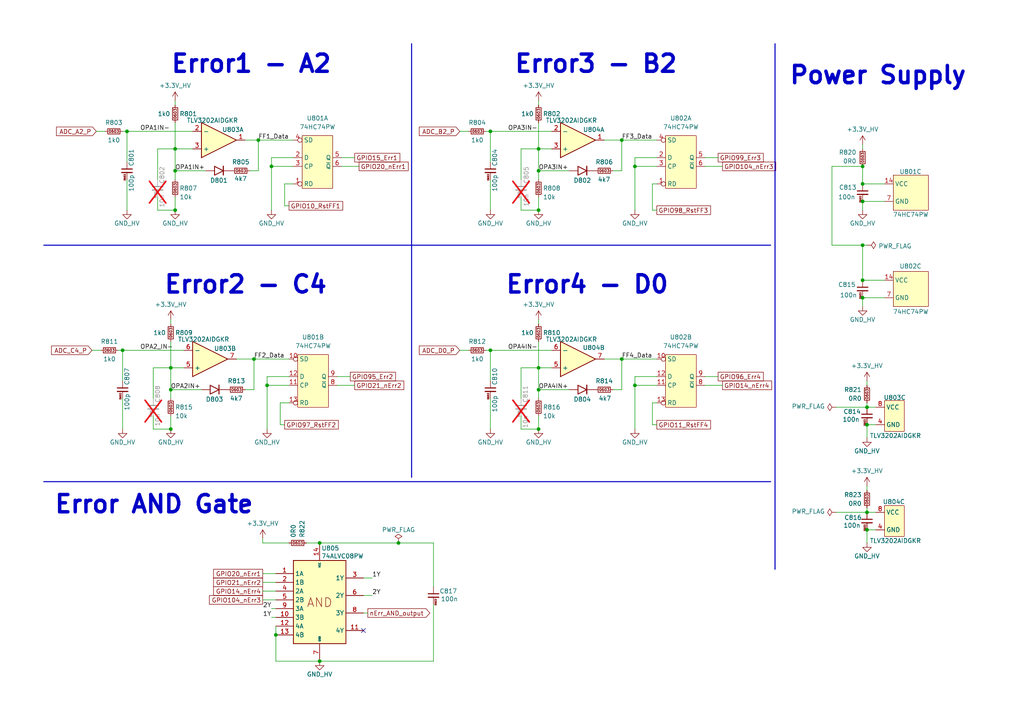
<source format=kicad_sch>
(kicad_sch (version 20250114) (generator "eeschema") (generator_version "9.0")
  (paper "A4")
  (title_block (title "LCB-CCB-01: Control Board - Debugger XDS100  / JTAG") (date "2025-05-27") (rev "1.2.0") (company "PADERBORN UNIVERSITY DEPARTMENT OF POWER ELECTRONICS AND ELECTRICAL DRIVES"))
  (text "Error1 - A2" (at 96.52 21.59 0) (effects (font (size 5 5) (bold yes)) (justify right bottom)))
  (text "\n" (at 175.26 215.9 0) (effects (font (size 1.27 1.27))))
  (text "Error3 - B2" (at 196.85 21.59 0) (effects (font (size 5 5) (bold yes)) (justify right bottom)))
  (text "Power Supply" (at 280.67 24.892 0) (effects (font (size 5 5) (bold yes)) (justify right bottom)))
  (text "Error AND Gate" (at 73.914 149.352 0) (effects (font (size 5 5) (bold yes)) (justify right bottom)))
  (text "Error2 - C4" (at 95.25 85.598 0) (effects (font (size 5 5) (bold yes)) (justify right bottom)))
  (text "Error4 - D0" (at 194.31 85.598 0) (effects (font (size 5 5) (bold yes)) (justify right bottom)))
  (junction (at 92.71 191.77))
  (junction (at 250.19 53.34))
  (junction (at 115.57 157.48))
  (junction (at 180.34 104.14))
  (junction (at 49.53 106.68))
  (junction (at 184.15 48.26))
  (junction (at 250.19 81.28))
  (junction (at 142.24 101.6))
  (junction (at 74.93 40.64))
  (junction (at 80.01 184.15))
  (junction (at 77.47 111.76))
  (junction (at 35.56 101.6))
  (junction (at 142.24 38.1))
  (junction (at 251.46 153.67))
  (junction (at 156.21 60.96))
  (junction (at 50.8 49.53))
  (junction (at 156.21 113.03))
  (junction (at 156.21 49.53))
  (junction (at 250.19 58.42))
  (junction (at 251.46 118.11))
  (junction (at 73.66 104.14))
  (junction (at 92.71 157.48))
  (junction (at 251.46 123.19))
  (junction (at 156.21 43.18))
  (junction (at 78.74 48.26))
  (junction (at 184.15 111.76))
  (junction (at 251.46 148.59))
  (junction (at 250.19 71.12))
  (junction (at 49.53 113.03))
  (junction (at 250.19 86.36))
  (junction (at 250.19 48.26))
  (junction (at 180.34 40.64))
  (junction (at 50.8 43.18))
  (junction (at 36.83 38.1))
  (junction (at 156.21 106.68))
  (junction (at 49.53 124.46))
  (junction (at 156.21 124.46))
  (junction (at 50.8 60.96))
  (no_connect (at 105.41 182.88))
  (wire (pts (xy 36.83 52.07) (xy 36.83 60.96)))
  (wire (pts (xy 250.19 86.36) (xy 256.54 86.36)))
  (wire (pts (xy 251.46 123.19) (xy 254 123.19)))
  (wire (pts (xy 204.47 109.22) (xy 208.28 109.22)))
  (wire (pts (xy 156.21 99.06) (xy 156.21 106.68)))
  (wire (pts (xy 242.57 118.11) (xy 251.46 118.11)))
  (wire (pts (xy 74.93 40.64) (xy 74.93 49.53)))
  (wire (pts (xy 26.67 101.6) (xy 29.21 101.6)))
  (wire (pts (xy 156.21 43.18) (xy 160.02 43.18)))
  (wire (pts (xy 180.34 104.14) (xy 180.34 113.03)))
  (wire (pts (xy 92.71 157.48) (xy 115.57 157.48)))
  (wire (pts (xy 49.53 113.03) (xy 58.42 113.03)))
  (wire (pts (xy 106.68 177.8) (xy 105.41 177.8)))
  (wire (pts (xy 189.23 53.34) (xy 189.23 60.96)))
  (wire (pts (xy 151.13 43.18) (xy 156.21 43.18)))
  (wire (pts (xy 74.93 40.64) (xy 85.09 40.64)))
  (wire (pts (xy 35.56 101.6) (xy 53.34 101.6)))
  (wire (pts (xy 250.19 53.34) (xy 256.54 53.34)))
  (wire (pts (xy 204.47 48.26) (xy 209.55 48.26)))
  (wire (pts (xy 83.82 59.69) (xy 82.55 59.69)))
  (wire (pts (xy 151.13 124.46) (xy 156.21 124.46)))
  (wire (pts (xy 78.74 45.72) (xy 78.74 48.26)))
  (wire (pts (xy 156.21 35.56) (xy 156.21 43.18)))
  (wire (pts (xy 49.53 106.68) (xy 53.34 106.68)))
  (polyline (pts (xy 12.7 71.12) (xy 223.52 71.12)) (stroke (width 0.3)))
  (wire (pts (xy 151.13 57.15) (xy 151.13 60.96)))
  (wire (pts (xy 156.21 29.21) (xy 156.21 30.48)))
  (wire (pts (xy 44.45 124.46) (xy 49.53 124.46)))
  (wire (pts (xy 142.24 38.1) (xy 142.24 46.99)))
  (wire (pts (xy 44.45 120.65) (xy 44.45 124.46)))
  (wire (pts (xy 190.5 60.96) (xy 189.23 60.96)))
  (wire (pts (xy 250.19 86.36) (xy 250.19 88.9)))
  (wire (pts (xy 251.46 147.32) (xy 251.46 148.59)))
  (wire (pts (xy 184.15 109.22) (xy 190.5 109.22)))
  (wire (pts (xy 184.15 45.72) (xy 184.15 48.26)))
  (wire (pts (xy 180.34 40.64) (xy 190.5 40.64)))
  (wire (pts (xy 156.21 113.03) (xy 156.21 115.57)))
  (wire (pts (xy 76.2 173.99) (xy 80.01 173.99)))
  (wire (pts (xy 156.21 49.53) (xy 156.21 52.07)))
  (wire (pts (xy 250.19 81.28) (xy 256.54 81.28)))
  (wire (pts (xy 45.72 57.15) (xy 45.72 60.96)))
  (wire (pts (xy 73.66 113.03) (xy 71.12 113.03)))
  (wire (pts (xy 76.2 166.37) (xy 80.01 166.37)))
  (wire (pts (xy 180.34 104.14) (xy 190.5 104.14)))
  (wire (pts (xy 81.28 123.19) (xy 81.28 116.84)))
  (wire (pts (xy 250.19 58.42) (xy 250.19 60.96)))
  (wire (pts (xy 44.45 106.68) (xy 49.53 106.68)))
  (wire (pts (xy 99.06 45.72) (xy 102.87 45.72)))
  (wire (pts (xy 50.8 43.18) (xy 55.88 43.18)))
  (wire (pts (xy 49.53 120.65) (xy 49.53 124.46)))
  (wire (pts (xy 142.24 52.07) (xy 142.24 60.96)))
  (wire (pts (xy 97.79 109.22) (xy 101.6 109.22)))
  (wire (pts (xy 251.46 110.49) (xy 251.46 111.76)))
  (wire (pts (xy 251.46 71.12) (xy 250.19 71.12)))
  (wire (pts (xy 156.21 43.18) (xy 156.21 49.53)))
  (wire (pts (xy 49.53 99.06) (xy 49.53 106.68)))
  (wire (pts (xy 142.24 101.6) (xy 142.24 110.49)))
  (wire (pts (xy 175.26 40.64) (xy 180.34 40.64)))
  (wire (pts (xy 36.83 38.1) (xy 55.88 38.1)))
  (wire (pts (xy 107.95 167.64) (xy 105.41 167.64)))
  (wire (pts (xy 82.55 59.69) (xy 82.55 53.34)))
  (wire (pts (xy 189.23 123.19) (xy 189.23 116.84)))
  (wire (pts (xy 251.46 123.19) (xy 251.46 127)))
  (wire (pts (xy 50.8 57.15) (xy 50.8 60.96)))
  (wire (pts (xy 45.72 43.18) (xy 50.8 43.18)))
  (wire (pts (xy 82.55 53.34) (xy 85.09 53.34)))
  (wire (pts (xy 88.9 157.48) (xy 92.71 157.48)))
  (wire (pts (xy 251.46 140.97) (xy 251.46 142.24)))
  (wire (pts (xy 250.19 41.91) (xy 250.19 43.18)))
  (wire (pts (xy 151.13 120.65) (xy 151.13 124.46)))
  (wire (pts (xy 77.47 111.76) (xy 83.82 111.76)))
  (wire (pts (xy 241.3 71.12) (xy 241.3 48.26)))
  (wire (pts (xy 73.66 104.14) (xy 83.82 104.14)))
  (wire (pts (xy 35.56 115.57) (xy 35.56 124.46)))
  (wire (pts (xy 78.74 179.07) (xy 80.01 179.07)))
  (wire (pts (xy 73.66 104.14) (xy 73.66 113.03)))
  (wire (pts (xy 125.73 170.18) (xy 125.73 157.48)))
  (wire (pts (xy 151.13 52.07) (xy 151.13 43.18)))
  (wire (pts (xy 83.82 157.48) (xy 76.2 157.48)))
  (wire (pts (xy 97.79 111.76) (xy 102.87 111.76)))
  (wire (pts (xy 184.15 48.26) (xy 184.15 60.96)))
  (wire (pts (xy 251.46 148.59) (xy 254 148.59)))
  (wire (pts (xy 190.5 123.19) (xy 189.23 123.19)))
  (wire (pts (xy 184.15 45.72) (xy 190.5 45.72)))
  (wire (pts (xy 251.46 118.11) (xy 254 118.11)))
  (wire (pts (xy 50.8 43.18) (xy 50.8 49.53)))
  (wire (pts (xy 78.74 48.26) (xy 85.09 48.26)))
  (wire (pts (xy 142.24 115.57) (xy 142.24 124.46)))
  (wire (pts (xy 78.74 176.53) (xy 80.01 176.53)))
  (wire (pts (xy 156.21 106.68) (xy 156.21 113.03)))
  (wire (pts (xy 184.15 109.22) (xy 184.15 111.76)))
  (wire (pts (xy 242.57 148.59) (xy 251.46 148.59)))
  (wire (pts (xy 156.21 57.15) (xy 156.21 60.96)))
  (wire (pts (xy 241.3 48.26) (xy 250.19 48.26)))
  (wire (pts (xy 76.2 171.45) (xy 80.01 171.45)))
  (wire (pts (xy 133.35 38.1) (xy 135.89 38.1)))
  (wire (pts (xy 49.53 92.71) (xy 49.53 93.98)))
  (wire (pts (xy 78.74 48.26) (xy 78.74 60.96)))
  (wire (pts (xy 49.53 106.68) (xy 49.53 113.03)))
  (wire (pts (xy 151.13 60.96) (xy 156.21 60.96)))
  (wire (pts (xy 156.21 106.68) (xy 160.02 106.68)))
  (wire (pts (xy 80.01 181.61) (xy 80.01 184.15)))
  (wire (pts (xy 189.23 53.34) (xy 190.5 53.34)))
  (wire (pts (xy 140.97 101.6) (xy 142.24 101.6)))
  (wire (pts (xy 251.46 153.67) (xy 251.46 157.48)))
  (wire (pts (xy 180.34 49.53) (xy 177.8 49.53)))
  (wire (pts (xy 142.24 101.6) (xy 160.02 101.6)))
  (wire (pts (xy 251.46 116.84) (xy 251.46 118.11)))
  (wire (pts (xy 184.15 111.76) (xy 190.5 111.76)))
  (wire (pts (xy 151.13 115.57) (xy 151.13 106.68)))
  (wire (pts (xy 140.97 38.1) (xy 142.24 38.1)))
  (wire (pts (xy 204.47 45.72) (xy 208.28 45.72)))
  (wire (pts (xy 151.13 106.68) (xy 156.21 106.68)))
  (wire (pts (xy 99.06 48.26) (xy 104.14 48.26)))
  (wire (pts (xy 71.12 40.64) (xy 74.93 40.64)))
  (wire (pts (xy 77.47 109.22) (xy 83.82 109.22)))
  (wire (pts (xy 156.21 113.03) (xy 165.1 113.03)))
  (wire (pts (xy 35.56 38.1) (xy 36.83 38.1)))
  (wire (pts (xy 250.19 48.26) (xy 250.19 53.34)))
  (wire (pts (xy 45.72 60.96) (xy 50.8 60.96)))
  (polyline (pts (xy 119.38 12.7) (xy 119.38 138.43)) (stroke (width 0.3)))
  (wire (pts (xy 189.23 116.84) (xy 190.5 116.84)))
  (wire (pts (xy 184.15 48.26) (xy 190.5 48.26)))
  (polyline (pts (xy 224.79 12.7) (xy 224.79 165.1)) (stroke (width 0.3)))
  (wire (pts (xy 250.19 71.12) (xy 241.3 71.12)))
  (wire (pts (xy 36.83 38.1) (xy 36.83 46.99)))
  (wire (pts (xy 156.21 49.53) (xy 165.1 49.53)))
  (wire (pts (xy 76.2 168.91) (xy 80.01 168.91)))
  (wire (pts (xy 251.46 153.67) (xy 254 153.67)))
  (wire (pts (xy 142.24 38.1) (xy 160.02 38.1)))
  (wire (pts (xy 50.8 49.53) (xy 50.8 52.07)))
  (wire (pts (xy 27.94 38.1) (xy 30.48 38.1)))
  (wire (pts (xy 50.8 29.21) (xy 50.8 30.48)))
  (wire (pts (xy 180.34 40.64) (xy 180.34 49.53)))
  (wire (pts (xy 92.71 191.77) (xy 80.01 191.77)))
  (wire (pts (xy 184.15 111.76) (xy 184.15 124.46)))
  (wire (pts (xy 35.56 101.6) (xy 35.56 110.49)))
  (wire (pts (xy 49.53 113.03) (xy 49.53 115.57)))
  (wire (pts (xy 74.93 49.53) (xy 72.39 49.53)))
  (wire (pts (xy 250.19 58.42) (xy 256.54 58.42)))
  (wire (pts (xy 92.71 191.77) (xy 125.73 191.77)))
  (wire (pts (xy 76.2 157.48) (xy 76.2 156.21)))
  (wire (pts (xy 82.55 123.19) (xy 81.28 123.19)))
  (wire (pts (xy 133.35 101.6) (xy 135.89 101.6)))
  (wire (pts (xy 125.73 175.26) (xy 125.73 191.77)))
  (wire (pts (xy 175.26 104.14) (xy 180.34 104.14)))
  (wire (pts (xy 77.47 111.76) (xy 77.47 124.46)))
  (wire (pts (xy 78.74 45.72) (xy 85.09 45.72)))
  (wire (pts (xy 107.95 172.72) (xy 105.41 172.72)))
  (wire (pts (xy 68.58 104.14) (xy 73.66 104.14)))
  (wire (pts (xy 156.21 120.65) (xy 156.21 124.46)))
  (wire (pts (xy 77.47 109.22) (xy 77.47 111.76)))
  (wire (pts (xy 45.72 43.18) (xy 45.72 52.07)))
  (wire (pts (xy 81.28 116.84) (xy 83.82 116.84)))
  (polyline (pts (xy 12.7 139.7) (xy 223.52 139.7)) (stroke (width 0.3)))
  (wire (pts (xy 204.47 111.76) (xy 209.55 111.76)))
  (wire (pts (xy 50.8 49.53) (xy 59.69 49.53)))
  (wire (pts (xy 50.8 35.56) (xy 50.8 43.18)))
  (wire (pts (xy 156.21 92.71) (xy 156.21 93.98)))
  (wire (pts (xy 44.45 115.57) (xy 44.45 106.68)))
  (wire (pts (xy 34.29 101.6) (xy 35.56 101.6)))
  (wire (pts (xy 250.19 71.12) (xy 250.19 81.28)))
  (wire (pts (xy 180.34 113.03) (xy 177.8 113.03)))
  (wire (pts (xy 80.01 184.15) (xy 80.01 191.77)))
  (wire (pts (xy 115.57 157.48) (xy 125.73 157.48)))
  (label "OPA4IN-" (at 147.32 101.6 0))
  (label "FF1_Data" (at 74.93 40.64 0))
  (label "1Y" (at 107.95 167.64 0))
  (label "OPA2IN+" (at 49.53 113.03 0))
  (label "OPA1IN-" (at 40.64 38.1 0))
  (label "FF4_Data" (at 180.34 104.14 0))
  (label "2Y" (at 78.74 176.53 180))
  (label "2Y" (at 107.95 172.72 0))
  (label "OPA3IN-" (at 147.32 38.1 0))
  (label "FF2_Data" (at 73.66 104.14 0))
  (label "OPA4IN+" (at 156.21 113.03 0))
  (label "FF3_Data" (at 180.34 40.64 0))
  (label "OPA1IN+" (at 50.8 49.53 0))
  (label "OPA2_IN-" (at 40.64 101.6 0))
  (label "OPA3IN+" (at 156.21 49.53 0))
  (label "1Y" (at 78.74 179.07 180))
  (global_label "GPIO11_RstFF4" (shape passive) (at 190.5 123.19 0) (property "Intersheetrefs" "${INTERSHEET_REFS}" (effects (hide yes))))
  (global_label "GPIO97_RstFF2" (shape passive) (at 82.55 123.19 0) (property "Intersheetrefs" "${INTERSHEET_REFS}" (effects (hide yes))))
  (global_label "GPIO104_nErr3" (shape passive) (at 76.2 173.99 180) (property "Intersheetrefs" "${INTERSHEET_REFS}" (effects (hide yes))))
  (global_label "GPIO15_Err1" (shape passive) (at 102.87 45.72 0) (property "Intersheetrefs" "${INTERSHEET_REFS}" (effects (hide yes))))
  (global_label "GPIO96_Err4" (shape passive) (at 208.28 109.22 0) (property "Intersheetrefs" "${INTERSHEET_REFS}" (effects (hide yes))))
  (global_label "ADC_C4_P" (shape input) (at 26.67 101.6 180) (property "Intersheetrefs" "${INTERSHEET_REFS}" (effects (hide yes))))
  (global_label "GPIO20_nErr1" (shape passive) (at 76.2 166.37 180) (property "Intersheetrefs" "${INTERSHEET_REFS}" (effects (hide yes))))
  (global_label "GPIO14_nErr4" (shape passive) (at 76.2 171.45 180) (property "Intersheetrefs" "${INTERSHEET_REFS}" (effects (hide yes))))
  (global_label "GPIO20_nErr1" (shape passive) (at 104.14 48.26 0) (property "Intersheetrefs" "${INTERSHEET_REFS}" (effects (hide yes))))
  (global_label "GPIO21_nErr2" (shape passive) (at 76.2 168.91 180) (property "Intersheetrefs" "${INTERSHEET_REFS}" (effects (hide yes))))
  (global_label "GPIO99_Err3" (shape passive) (at 208.28 45.72 0) (property "Intersheetrefs" "${INTERSHEET_REFS}" (effects (hide yes))))
  (global_label "ADC_D0_P" (shape input) (at 133.35 101.6 180) (property "Intersheetrefs" "${INTERSHEET_REFS}" (effects (hide yes))))
  (global_label "ADC_A2_P" (shape input) (at 27.94 38.1 180) (property "Intersheetrefs" "${INTERSHEET_REFS}" (effects (hide yes))))
  (global_label "GPIO10_RstFF1" (shape passive) (at 83.82 59.69 0) (property "Intersheetrefs" "${INTERSHEET_REFS}" (effects (hide yes))))
  (global_label "GPIO95_Err2" (shape passive) (at 101.6 109.22 0) (property "Intersheetrefs" "${INTERSHEET_REFS}" (effects (hide yes))))
  (global_label "GPIO21_nErr2" (shape passive) (at 102.87 111.76 0) (property "Intersheetrefs" "${INTERSHEET_REFS}" (effects (hide yes))))
  (global_label "ADC_B2_P" (shape input) (at 133.35 38.1 180) (property "Intersheetrefs" "${INTERSHEET_REFS}" (effects (hide yes))))
  (global_label "GPIO98_RstFF3" (shape passive) (at 190.5 60.96 0) (property "Intersheetrefs" "${INTERSHEET_REFS}" (effects (hide yes))))
  (global_label "nErr_AND_output" (shape output) (at 106.68 177.8 0) (property "Intersheetrefs" "${INTERSHEET_REFS}" (effects (hide yes))))
  (global_label "GPIO104_nErr3" (shape passive) (at 209.55 48.26 0) (property "Intersheetrefs" "${INTERSHEET_REFS}" (effects (hide yes))))
  (global_label "GPIO14_nErr4" (shape passive) (at 209.55 111.76 0) (property "Intersheetrefs" "${INTERSHEET_REFS}" (effects (hide yes))))
  (symbol (lib_id "LEA_SymbolLibrary:C_0603_100n_X5R_10P__50V") (at 125.73 172.72 0) (mirror y) (unit 1) (exclude_from_sim yes)
    (property "Reference" "C817" (at 132.588 171.45 0) (effects (justify left)))
    (property "Value" "100n" (at 132.842 173.736 0) (effects (justify left)))
    (property "Footprint" "LEA_FootprintLibrary:C_0603" (effects (hide yes)))
    (property "Description" "Capacitor 0603" (effects (hide yes)))
    (property "Manufacturer" "TDK" (effects (hide yes)))
    (property "manf#" "C1608X5R1H104K" (effects (hide yes)))
    (property "mouser#" "810-C1608X5R1H104K" (effects (hide yes)))
  )
  (symbol (lib_id "LEA_SymbolLibrary:74HC74PW") (at 196.85 46.99 0) (unit 1) (exclude_from_sim yes)
    (property "Reference" "U802" (at 197.485 34.29 0))
    (property "Value" "74HC74PW" (at 197.485 36.83 0))
    (property "Footprint" "LEA_FootprintLibrary:TSSOP-14-Nexperia" (effects (hide yes)))
    (property "Datasheet" "https://assets.nexperia.com/documents/data-sheet/74HC_HCT74.pdf" (effects (hide yes)))
    (property "Description" "Flip-Flops 74HC74PW/SOT402/TSSOP14" (effects (hide yes)))
    (property "Manufacturer" "Nexperia" (effects (hide yes)))
    (property "mouser#" "771-74HC74PW-T" (effects (hide yes)))
    (property "manf#" "74HC74PW,118" (effects (hide yes)))
  )
  (symbol (lib_id "power:PWR_FLAG") (at 251.46 71.12 270) (unit 1)
    (property "Reference" "#FLG0907" (effects (hide yes)))
    (property "Value" "PWR_FLAG" (at 254.762 71.374 90) (effects (justify left)))
    (property "Description" "Special symbol for telling ERC where power comes from" (effects (hide yes)))
  )
  (symbol (lib_id "LEA_SymbolLibrary:R_0603__10k_THICK__1P__75V") (at 49.53 118.11 180) (unit 1) (exclude_from_sim yes)
    (property "Reference" "R815" (at 50.8 118.11 0) (effects (justify right)))
    (property "Value" "10k" (at 50.8 120.65 0) (effects (justify right)))
    (property "Footprint" "LEA_FootprintLibrary:R_0603" (effects (hide yes)))
    (property "Description" "Resistor 0603" (effects (hide yes)))
    (property "Manufacturer" "Vishay" (effects (hide yes)))
    (property "manf#" "CRCW060310K0FKEAC" (effects (hide yes)))
    (property "mouser#" "71-CRCW060310K0FKEAC" (effects (hide yes)))
  )
  (symbol (lib_id "LEA_SymbolLibrary:R_0603__10k_THICK__1P__75V") (at 156.21 118.11 180) (unit 1) (exclude_from_sim yes)
    (property "Reference" "R816" (at 157.48 118.11 0) (effects (justify right)))
    (property "Value" "10k" (at 157.48 120.65 0) (effects (justify right)))
    (property "Footprint" "LEA_FootprintLibrary:R_0603" (effects (hide yes)))
    (property "Description" "Resistor 0603" (effects (hide yes)))
    (property "Manufacturer" "Vishay" (effects (hide yes)))
    (property "manf#" "CRCW060310K0FKEAC" (effects (hide yes)))
    (property "mouser#" "71-CRCW060310K0FKEAC" (effects (hide yes)))
  )
  (symbol (lib_id "LEA_SymbolLibrary:GND_HV") (at 49.53 124.46 0) (unit 1)
    (property "Reference" "#PWR0812" (effects (hide yes)))
    (property "Value" "GND_HV" (at 49.53 128.27 0))
    (property "Description" "Power symbol creates a global label with name \"GND_HV\" , ground" (effects (hide yes)))
  )
  (symbol (lib_id "LEA_SymbolLibrary:74HC74PW") (at 264.16 83.82 0) (unit 3) (exclude_from_sim yes)
    (property "Reference" "U802" (at 260.858 77.216 0) (effects (justify left)))
    (property "Value" "74HC74PW" (at 264.16 90.424 0))
    (property "Footprint" "LEA_FootprintLibrary:TSSOP-14-Nexperia" (effects (hide yes)))
    (property "Datasheet" "https://assets.nexperia.com/documents/data-sheet/74HC_HCT74.pdf" (effects (hide yes)))
    (property "Description" "Flip-Flops 74HC74PW/SOT402/TSSOP14" (effects (hide yes)))
    (property "Manufacturer" "Nexperia" (effects (hide yes)))
    (property "mouser#" "771-74HC74PW-T" (effects (hide yes)))
    (property "manf#" "74HC74PW,118" (effects (hide yes)))
  )
  (symbol (lib_id "LEA_SymbolLibrary:C_0603_100n_X5R_10P__50V") (at 251.46 151.13 0) (unit 1) (exclude_from_sim yes)
    (property "Reference" "C816" (at 244.856 150.114 0) (effects (justify left)))
    (property "Value" "100n" (at 244.602 152.4 0) (effects (justify left)))
    (property "Footprint" "LEA_FootprintLibrary:C_0603" (effects (hide yes)))
    (property "Description" "Capacitor 0603" (effects (hide yes)))
    (property "Manufacturer" "TDK" (effects (hide yes)))
    (property "manf#" "C1608X5R1H104K" (effects (hide yes)))
    (property "mouser#" "810-C1608X5R1H104K" (effects (hide yes)))
  )
  (symbol (lib_id "power:PWR_FLAG") (at 242.57 148.59 90) (unit 1)
    (property "Reference" "#FLG0909" (effects (hide yes)))
    (property "Value" "PWR_FLAG" (at 239.268 148.336 90) (effects (justify left)))
    (property "Description" "Special symbol for telling ERC where power comes from" (effects (hide yes)))
  )
  (symbol (lib_id "LEA_SymbolLibrary:C_0603_100n_X5R_10P__50V") (at 251.46 120.65 0) (unit 1) (exclude_from_sim yes)
    (property "Reference" "C814" (at 244.602 119.38 0) (effects (justify left)))
    (property "Value" "100n" (at 244.348 121.666 0) (effects (justify left)))
    (property "Footprint" "LEA_FootprintLibrary:C_0603" (effects (hide yes)))
    (property "Description" "Capacitor 0603" (effects (hide yes)))
    (property "Manufacturer" "TDK" (effects (hide yes)))
    (property "manf#" "C1608X5R1H104K" (effects (hide yes)))
    (property "mouser#" "810-C1608X5R1H104K" (effects (hide yes)))
  )
  (symbol (lib_id "LEA_SymbolLibrary:R_0603__0R0_THICK__1P__75V") (at 86.36 157.48 270) (mirror x) (unit 1) (exclude_from_sim yes)
    (property "Reference" "R822" (at 87.63 155.956 0) (effects (justify left)))
    (property "Value" "0R0" (at 85.09 155.956 0) (effects (justify left)))
    (property "Footprint" "LEA_FootprintLibrary:R_0603" (effects (hide yes)))
    (property "Description" "Resistor 0603" (effects (hide yes)))
    (property "manf#" "CRCW06030000Z0EAC" (effects (hide yes)))
    (property "Manufacturer" "Vishay" (effects (hide yes)))
    (property "mouser#" "71-CRCW06030000Z0EAC" (effects (hide yes)))
  )
  (symbol (lib_id "LEA_SymbolLibrary:GND_HV") (at 92.71 191.77 0) (unit 1)
    (property "Reference" "#PWR0910" (effects (hide yes)))
    (property "Value" "GND_HV" (at 92.71 195.58 0))
    (property "Description" "Power symbol creates a global label with name \"GND_HV\" , ground" (effects (hide yes)))
  )
  (symbol (lib_id "LEA_SymbolLibrary:R_0603__0R0_THICK__1P__75V") (at 251.46 114.3 0) (mirror y) (unit 1) (exclude_from_sim yes)
    (property "Reference" "R821" (at 249.936 113.03 0) (effects (justify left)))
    (property "Value" "0R0" (at 249.936 115.57 0) (effects (justify left)))
    (property "Footprint" "LEA_FootprintLibrary:R_0603" (effects (hide yes)))
    (property "Description" "Resistor 0603" (effects (hide yes)))
    (property "manf#" "CRCW06030000Z0EAC" (effects (hide yes)))
    (property "Manufacturer" "Vishay" (effects (hide yes)))
    (property "mouser#" "71-CRCW06030000Z0EAC" (effects (hide yes)))
  )
  (symbol (lib_id "LEA_SymbolLibrary:GND_HV") (at 251.46 127 0) (unit 1)
    (property "Reference" "#PWR0822" (effects (hide yes)))
    (property "Value" "GND_HV" (at 251.46 130.81 0))
    (property "Description" "Power symbol creates a global label with name \"GND_HV\" , ground" (effects (hide yes)))
  )
  (symbol (lib_id "LEA_SymbolLibrary:+3.3V_HV") (at 156.21 92.71 0) (unit 1)
    (property "Reference" "#PWR0810" (effects (hide yes)))
    (property "Value" "+3.3V_HV" (at 156.21 88.3158 0))
    (property "Description" "Power symbol creates a global label with name \"+3.3V_HV\"" (effects (hide yes)))
  )
  (symbol (lib_id "LEA_SymbolLibrary:R_0603__1k0_THICK__1P__75V") (at 50.8 33.02 180) (unit 1) (exclude_from_sim yes)
    (property "Reference" "R801" (at 52.07 33.02 0) (effects (justify right)))
    (property "Value" "1k0" (at 45.72 33.02 0) (effects (justify right)))
    (property "Footprint" "LEA_FootprintLibrary:R_0603" (effects (hide yes)))
    (property "Description" "Resistor 0603" (effects (hide yes)))
    (property "Manufacturer" "Vishay" (effects (hide yes)))
    (property "manf#" "CRCW06031K00FKEAC" (effects (hide yes)))
    (property "mouser#" "71-CRCW06031K00FKEAC" (effects (hide yes)))
  )
  (symbol (lib_id "LEA_SymbolLibrary:R_0603__0R0_THICK__1P__75V") (at 251.46 144.78 0) (mirror y) (unit 1) (exclude_from_sim yes)
    (property "Reference" "R823" (at 249.936 143.51 0) (effects (justify left)))
    (property "Value" "0R0" (at 249.936 146.05 0) (effects (justify left)))
    (property "Footprint" "LEA_FootprintLibrary:R_0603" (effects (hide yes)))
    (property "Description" "Resistor 0603" (effects (hide yes)))
    (property "manf#" "CRCW06030000Z0EAC" (effects (hide yes)))
    (property "Manufacturer" "Vishay" (effects (hide yes)))
    (property "mouser#" "71-CRCW06030000Z0EAC" (effects (hide yes)))
  )
  (symbol (lib_id "LEA_SymbolLibrary:D_SOD_150mA_BAS316_R1_00001") (at 168.91 113.03 180) (unit 1) (exclude_from_sim yes)
    (property "Reference" "D804" (at 168.91 115.824 0))
    (property "Value" "150mA" (effects (hide yes)))
    (property "Footprint" "LEA_FootprintLibrary:SOD-323_Panjit" (effects (hide yes)))
    (property "Datasheet" "https://www.mouser.de/datasheet/2/1057/BAS316-1876387.pdf" (effects (hide yes)))
    (property "Description" "Diodes - General Purpose, Power, Switching SURFACE MOUNT SWITCHING DIODE" (effects (hide yes)))
    (property "Manufacturer" "Panjit" (effects (hide yes)))
    (property "mouser#" "241-BAS316_R1_00001" (effects (hide yes)))
    (property "manf#" "BAS316_R1_00001" (effects (hide yes)))
  )
  (symbol (lib_id "LEA_SymbolLibrary:C_0603__10n_X7R_10P__50V") (at 45.72 54.61 0) (unit 1) (exclude_from_sim yes) (dnp yes)
    (property "Reference" "C802" (at 46.99 53.34 90) (effects (justify left)))
    (property "Value" "10n" (at 46.99 60.198 90) (effects (justify left)))
    (property "Footprint" "LEA_FootprintLibrary:C_0603" (effects (hide yes)))
    (property "Description" "Capacitor 0603" (effects (hide yes)))
    (property "Manufacturer" "TDK" (effects (hide yes)))
    (property "manf#" "CGA3E2X7R1H103K" (effects (hide yes)))
    (property "mouser#" "810-CGA3E2X7R1H103K" (effects (hide yes)))
  )
  (symbol (lib_id "LEA_SymbolLibrary:R_0603__1k0_THICK__1P__75V") (at 33.02 38.1 90) (unit 1) (exclude_from_sim yes)
    (property "Reference" "R803" (at 33.02 35.56 90))
    (property "Value" "1k0" (at 33.02 40.64 90))
    (property "Footprint" "LEA_FootprintLibrary:R_0603" (effects (hide yes)))
    (property "Description" "Resistor 0603" (effects (hide yes)))
    (property "Manufacturer" "Vishay" (effects (hide yes)))
    (property "manf#" "CRCW06031K00FKEAC" (effects (hide yes)))
    (property "mouser#" "71-CRCW06031K00FKEAC" (effects (hide yes)))
  )
  (symbol (lib_id "LEA_SymbolLibrary:GND_HV") (at 184.15 60.96 0) (unit 1)
    (property "Reference" "#PWR0808" (effects (hide yes)))
    (property "Value" "GND_HV" (at 184.15 64.77 0))
    (property "Description" "Power symbol creates a global label with name \"GND_HV\" , ground" (effects (hide yes)))
  )
  (symbol (lib_id "LEA_SymbolLibrary:R_0603__1k0_THICK__1P__75V") (at 49.53 96.52 180) (unit 1) (exclude_from_sim yes)
    (property "Reference" "R809" (at 50.8 96.52 0) (effects (justify right)))
    (property "Value" "1k0" (at 44.45 96.52 0) (effects (justify right)))
    (property "Footprint" "LEA_FootprintLibrary:R_0603" (effects (hide yes)))
    (property "Description" "Resistor 0603" (effects (hide yes)))
    (property "Manufacturer" "Vishay" (effects (hide yes)))
    (property "manf#" "CRCW06031K00FKEAC" (effects (hide yes)))
    (property "mouser#" "71-CRCW06031K00FKEAC" (effects (hide yes)))
  )
  (symbol (lib_id "LEA_SymbolLibrary:R_0603__1k0_THICK__1P__75V") (at 156.21 33.02 180) (unit 1) (exclude_from_sim yes)
    (property "Reference" "R802" (at 157.48 33.02 0) (effects (justify right)))
    (property "Value" "1k0" (at 151.13 33.02 0) (effects (justify right)))
    (property "Footprint" "LEA_FootprintLibrary:R_0603" (effects (hide yes)))
    (property "Description" "Resistor 0603" (effects (hide yes)))
    (property "Manufacturer" "Vishay" (effects (hide yes)))
    (property "manf#" "CRCW06031K00FKEAC" (effects (hide yes)))
    (property "mouser#" "71-CRCW06031K00FKEAC" (effects (hide yes)))
  )
  (symbol (lib_id "LEA_SymbolLibrary:OP_2_TLV3202AIDGKR_VSSOP-8") (at 60.96 40.64 0) (mirror x) (unit 1) (exclude_from_sim yes)
    (property "Reference" "U803" (at 67.564 37.592 0))
    (property "Value" "TLV3202AIDGKR" (at 61.595 34.925 0))
    (property "Footprint" "LEA_FootprintLibrary:VSSOP-8-TI" (effects (hide yes)))
    (property "Datasheet" "https://www.ti.com/lit/ds/symlink/tlv3202.pdf?ts=1737103769904&ref_url=https%253A%252F%252Fwww.mouser.de%252F" (effects (hide yes)))
    (property "mouser#" "595-TLV3202AIDGKR" (effects (hide yes)))
    (property "manf#" "TLV3202AIDGKR" (effects (hide yes)))
    (property "Manufacturer" "Texas Instruments" (effects (hide yes)))
  )
  (symbol (lib_id "LEA_SymbolLibrary:R_0603__4k7_THICK__1P__75V") (at 175.26 49.53 90) (unit 1) (exclude_from_sim yes)
    (property "Reference" "R806" (at 175.26 46.99 90))
    (property "Value" "4k7" (at 177.038 52.07 90) (effects (justify left)))
    (property "Footprint" "LEA_FootprintLibrary:R_0603" (effects (hide yes)))
    (property "Description" "Resistor 0603" (effects (hide yes)))
    (property "Manufacturer" "Vishay" (effects (hide yes)))
    (property "manf#" "CRCW06034K70FKEBC" (effects (hide yes)))
    (property "mouser#" "71-CRCW06034K70FKEBC" (effects (hide yes)))
  )
  (symbol (lib_id "LEA_SymbolLibrary:OP_2_TLV3202AIDGKR_VSSOP-8") (at 165.1 104.14 0) (mirror x) (unit 2) (exclude_from_sim yes)
    (property "Reference" "U804" (at 172.212 100.838 0))
    (property "Value" "TLV3202AIDGKR" (at 165.735 98.425 0))
    (property "Footprint" "LEA_FootprintLibrary:VSSOP-8-TI" (effects (hide yes)))
    (property "Datasheet" "https://www.ti.com/lit/ds/symlink/tlv3202.pdf?ts=1737103769904&ref_url=https%253A%252F%252Fwww.mouser.de%252F" (effects (hide yes)))
    (property "mouser#" "595-TLV3202AIDGKR" (effects (hide yes)))
    (property "manf#" "TLV3202AIDGKR" (effects (hide yes)))
    (property "Manufacturer" "Texas Instruments" (effects (hide yes)))
  )
  (symbol (lib_id "LEA_SymbolLibrary:+3.3V_HV") (at 250.19 41.91 0) (unit 1)
    (property "Reference" "#PWR0817" (effects (hide yes)))
    (property "Value" "+3.3V_HV" (at 250.19 37.5158 0))
    (property "Description" "Power symbol creates a global label with name \"+3.3V_HV\"" (effects (hide yes)))
  )
  (symbol (lib_id "LEA_SymbolLibrary:74HC74PW") (at 90.17 110.49 0) (unit 2) (exclude_from_sim yes)
    (property "Reference" "U801" (at 90.805 97.79 0))
    (property "Value" "74HC74PW" (at 90.805 100.33 0))
    (property "Footprint" "LEA_FootprintLibrary:TSSOP-14-Nexperia" (effects (hide yes)))
    (property "Datasheet" "https://assets.nexperia.com/documents/data-sheet/74HC_HCT74.pdf" (effects (hide yes)))
    (property "Description" "Flip-Flops 74HC74PW/SOT402/TSSOP14" (effects (hide yes)))
    (property "Manufacturer" "Nexperia" (effects (hide yes)))
    (property "mouser#" "771-74HC74PW-T" (effects (hide yes)))
    (property "manf#" "74HC74PW,118" (effects (hide yes)))
  )
  (symbol (lib_id "LEA_SymbolLibrary:GND_HV") (at 156.21 60.96 0) (unit 1)
    (property "Reference" "#PWR0807" (effects (hide yes)))
    (property "Value" "GND_HV" (at 156.21 64.77 0))
    (property "Description" "Power symbol creates a global label with name \"GND_HV\" , ground" (effects (hide yes)))
  )
  (symbol (lib_id "LEA_SymbolLibrary:GND_HV") (at 250.19 88.9 0) (unit 1)
    (property "Reference" "#PWR0821" (effects (hide yes)))
    (property "Value" "GND_HV" (at 250.19 92.71 0))
    (property "Description" "Power symbol creates a global label with name \"GND_HV\" , ground" (effects (hide yes)))
  )
  (symbol (lib_id "LEA_SymbolLibrary:+3.3V_HV") (at 251.46 110.49 0) (unit 1)
    (property "Reference" "#PWR0818" (effects (hide yes)))
    (property "Value" "+3.3V_HV" (at 251.46 106.0958 0))
    (property "Description" "Power symbol creates a global label with name \"+3.3V_HV\"" (effects (hide yes)))
  )
  (symbol (lib_id "LEA_SymbolLibrary:+3.3V_HV") (at 251.46 140.97 0) (unit 1)
    (property "Reference" "#PWR0911" (effects (hide yes)))
    (property "Value" "+3.3V_HV" (at 251.46 136.5758 0))
    (property "Description" "Power symbol creates a global label with name \"+3.3V_HV\"" (effects (hide yes)))
  )
  (symbol (lib_id "power:PWR_FLAG") (at 242.57 118.11 90) (unit 1)
    (property "Reference" "#FLG0908" (effects (hide yes)))
    (property "Value" "PWR_FLAG" (at 239.268 117.856 90) (effects (justify left)))
    (property "Description" "Special symbol for telling ERC where power comes from" (effects (hide yes)))
  )
  (symbol (lib_id "LEA_SymbolLibrary:GND_HV") (at 78.74 60.96 0) (unit 1)
    (property "Reference" "#PWR0805" (effects (hide yes)))
    (property "Value" "GND_HV" (at 78.74 64.77 0))
    (property "Description" "Power symbol creates a global label with name \"GND_HV\" , ground" (effects (hide yes)))
  )
  (symbol (lib_id "LEA_SymbolLibrary:74HC74PW") (at 196.85 110.49 0) (unit 2) (exclude_from_sim yes)
    (property "Reference" "U802" (at 197.485 97.79 0))
    (property "Value" "74HC74PW" (at 197.485 100.33 0))
    (property "Footprint" "LEA_FootprintLibrary:TSSOP-14-Nexperia" (effects (hide yes)))
    (property "Datasheet" "https://assets.nexperia.com/documents/data-sheet/74HC_HCT74.pdf" (effects (hide yes)))
    (property "Description" "Flip-Flops 74HC74PW/SOT402/TSSOP14" (effects (hide yes)))
    (property "Manufacturer" "Nexperia" (effects (hide yes)))
    (property "mouser#" "771-74HC74PW-T" (effects (hide yes)))
    (property "manf#" "74HC74PW,118" (effects (hide yes)))
  )
  (symbol (lib_id "LEA_SymbolLibrary:R_0603__1k0_THICK__1P__75V") (at 138.43 101.6 90) (unit 1) (exclude_from_sim yes)
    (property "Reference" "R812" (at 138.43 99.06 90))
    (property "Value" "1k0" (at 138.43 104.14 90))
    (property "Footprint" "LEA_FootprintLibrary:R_0603" (effects (hide yes)))
    (property "Description" "Resistor 0603" (effects (hide yes)))
    (property "Manufacturer" "Vishay" (effects (hide yes)))
    (property "manf#" "CRCW06031K00FKEAC" (effects (hide yes)))
    (property "mouser#" "71-CRCW06031K00FKEAC" (effects (hide yes)))
  )
  (symbol (lib_id "LEA_SymbolLibrary:R_0603__4k7_THICK__1P__75V") (at 69.85 49.53 90) (unit 1) (exclude_from_sim yes)
    (property "Reference" "R805" (at 69.85 46.99 90))
    (property "Value" "4k7" (at 71.628 51.816 90) (effects (justify left)))
    (property "Footprint" "LEA_FootprintLibrary:R_0603" (effects (hide yes)))
    (property "Description" "Resistor 0603" (effects (hide yes)))
    (property "Manufacturer" "Vishay" (effects (hide yes)))
    (property "manf#" "CRCW06034K70FKEBC" (effects (hide yes)))
    (property "mouser#" "71-CRCW06034K70FKEBC" (effects (hide yes)))
  )
  (symbol (lib_id "LEA_SymbolLibrary:GND_HV") (at 77.47 124.46 0) (unit 1)
    (property "Reference" "#PWR0813" (effects (hide yes)))
    (property "Value" "GND_HV" (at 77.47 128.27 0))
    (property "Description" "Power symbol creates a global label with name \"GND_HV\" , ground" (effects (hide yes)))
  )
  (symbol (lib_id "LEA_SymbolLibrary:OP_2_TLV3202AIDGKR_VSSOP-8") (at 165.1 40.64 0) (mirror x) (unit 1) (exclude_from_sim yes)
    (property "Reference" "U804" (at 172.212 37.592 0))
    (property "Value" "TLV3202AIDGKR" (at 165.735 34.925 0))
    (property "Footprint" "LEA_FootprintLibrary:VSSOP-8-TI" (effects (hide yes)))
    (property "Datasheet" "https://www.ti.com/lit/ds/symlink/tlv3202.pdf?ts=1737103769904&ref_url=https%253A%252F%252Fwww.mouser.de%252F" (effects (hide yes)))
    (property "mouser#" "595-TLV3202AIDGKR" (effects (hide yes)))
    (property "manf#" "TLV3202AIDGKR" (effects (hide yes)))
    (property "Manufacturer" "Texas Instruments" (effects (hide yes)))
  )
  (symbol (lib_id "LEA_SymbolLibrary:GND_HV") (at 156.21 124.46 0) (unit 1)
    (property "Reference" "#PWR0815" (effects (hide yes)))
    (property "Value" "GND_HV" (at 156.21 128.27 0))
    (property "Description" "Power symbol creates a global label with name \"GND_HV\" , ground" (effects (hide yes)))
  )
  (symbol (lib_id "LEA_SymbolLibrary:GND_HV") (at 142.24 60.96 0) (unit 1)
    (property "Reference" "#PWR0806" (effects (hide yes)))
    (property "Value" "GND_HV" (at 142.24 64.77 0))
    (property "Description" "Power symbol creates a global label with name \"GND_HV\" , ground" (effects (hide yes)))
  )
  (symbol (lib_id "LEA_SymbolLibrary:GND_HV") (at 36.83 60.96 0) (unit 1)
    (property "Reference" "#PWR0803" (effects (hide yes)))
    (property "Value" "GND_HV" (at 36.83 64.77 0))
    (property "Description" "Power symbol creates a global label with name \"GND_HV\" , ground" (effects (hide yes)))
  )
  (symbol (lib_id "LEA_SymbolLibrary:OP_2_TLV3202AIDGKR_VSSOP-8") (at 58.42 104.14 0) (mirror x) (unit 2) (exclude_from_sim yes)
    (property "Reference" "U803" (at 65.278 101.092 0))
    (property "Value" "TLV3202AIDGKR" (at 59.055 98.425 0))
    (property "Footprint" "LEA_FootprintLibrary:VSSOP-8-TI" (effects (hide yes)))
    (property "Datasheet" "https://www.ti.com/lit/ds/symlink/tlv3202.pdf?ts=1737103769904&ref_url=https%253A%252F%252Fwww.mouser.de%252F" (effects (hide yes)))
    (property "mouser#" "595-TLV3202AIDGKR" (effects (hide yes)))
    (property "manf#" "TLV3202AIDGKR" (effects (hide yes)))
    (property "Manufacturer" "Texas Instruments" (effects (hide yes)))
  )
  (symbol (lib_id "LEA_SymbolLibrary:C_0603_100p_C0G_10P__50V") (at 36.83 49.53 0) (unit 1) (exclude_from_sim yes)
    (property "Reference" "C801" (at 38.1 48.26 90) (effects (justify left)))
    (property "Value" "100p" (at 38.1 55.626 90) (effects (justify left)))
    (property "Footprint" "LEA_FootprintLibrary:C_0603" (effects (hide yes)))
    (property "Description" "Capacitor 0603" (effects (hide yes)))
    (property "Manufacturer" "TDK" (effects (hide yes)))
    (property "manf#" "C1608C0G1H101KAA" (effects (hide yes)))
    (property "mouser#" "810-C1608C0G1H101KAA" (effects (hide yes)))
  )
  (symbol (lib_id "LEA_SymbolLibrary:R_0603__4k7_THICK__1P__75V") (at 175.26 113.03 90) (unit 1) (exclude_from_sim yes)
    (property "Reference" "R814" (at 175.26 110.49 90))
    (property "Value" "4k7" (at 177.292 115.57 90) (effects (justify left)))
    (property "Footprint" "LEA_FootprintLibrary:R_0603" (effects (hide yes)))
    (property "Description" "Resistor 0603" (effects (hide yes)))
    (property "Manufacturer" "Vishay" (effects (hide yes)))
    (property "manf#" "CRCW06034K70FKEBC" (effects (hide yes)))
    (property "mouser#" "71-CRCW06034K70FKEBC" (effects (hide yes)))
  )
  (symbol (lib_id "LEA_SymbolLibrary:GND_HV") (at 142.24 124.46 0) (unit 1)
    (property "Reference" "#PWR0814" (effects (hide yes)))
    (property "Value" "GND_HV" (at 142.24 128.27 0))
    (property "Description" "Power symbol creates a global label with name \"GND_HV\" , ground" (effects (hide yes)))
  )
  (symbol (lib_id "LEA_SymbolLibrary:C_0603__10n_X7R_10P__50V") (at 44.45 118.11 0) (unit 1) (exclude_from_sim yes) (dnp yes)
    (property "Reference" "C808" (at 45.72 116.84 90) (effects (justify left)))
    (property "Value" "10n" (at 45.72 123.698 90) (effects (justify left)))
    (property "Footprint" "LEA_FootprintLibrary:C_0603" (effects (hide yes)))
    (property "Description" "Capacitor 0603" (effects (hide yes)))
    (property "Manufacturer" "TDK" (effects (hide yes)))
    (property "manf#" "CGA3E2X7R1H103K" (effects (hide yes)))
    (property "mouser#" "810-CGA3E2X7R1H103K" (effects (hide yes)))
  )
  (symbol (lib_id "LEA_SymbolLibrary:+3.3V_HV") (at 76.2 156.21 0) (unit 1)
    (property "Reference" "#PWR0909" (effects (hide yes)))
    (property "Value" "+3.3V_HV" (at 76.2 151.8158 0))
    (property "Description" "Power symbol creates a global label with name \"+3.3V_HV\"" (effects (hide yes)))
  )
  (symbol (lib_id "LEA_SymbolLibrary:C_0603_100n_X5R_10P__50V") (at 250.19 55.88 0) (unit 1) (exclude_from_sim yes)
    (property "Reference" "C813" (at 243.332 54.356 0) (effects (justify left)))
    (property "Value" "100n" (at 243.078 57.15 0) (effects (justify left)))
    (property "Footprint" "LEA_FootprintLibrary:C_0603" (effects (hide yes)))
    (property "Description" "Capacitor 0603" (effects (hide yes)))
    (property "Manufacturer" "TDK" (effects (hide yes)))
    (property "manf#" "C1608X5R1H104K" (effects (hide yes)))
    (property "mouser#" "810-C1608X5R1H104K" (effects (hide yes)))
  )
  (symbol (lib_id "LEA_SymbolLibrary:C_0603__10n_X7R_10P__50V") (at 151.13 118.11 0) (unit 1) (exclude_from_sim yes) (dnp yes)
    (property "Reference" "C811" (at 152.4 116.84 90) (effects (justify left)))
    (property "Value" "10n" (at 152.4 124.206 90) (effects (justify left)))
    (property "Footprint" "LEA_FootprintLibrary:C_0603" (effects (hide yes)))
    (property "Description" "Capacitor 0603" (effects (hide yes)))
    (property "Manufacturer" "TDK" (effects (hide yes)))
    (property "manf#" "CGA3E2X7R1H103K" (effects (hide yes)))
    (property "mouser#" "810-CGA3E2X7R1H103K" (effects (hide yes)))
  )
  (symbol (lib_id "LEA_SymbolLibrary:C_0603_100p_C0G_10P__50V") (at 142.24 49.53 0) (unit 1) (exclude_from_sim yes)
    (property "Reference" "C804" (at 143.51 48.26 90) (effects (justify left)))
    (property "Value" "100p" (at 143.51 55.626 90) (effects (justify left)))
    (property "Footprint" "LEA_FootprintLibrary:C_0603" (effects (hide yes)))
    (property "Description" "Capacitor 0603" (effects (hide yes)))
    (property "Manufacturer" "TDK" (effects (hide yes)))
    (property "manf#" "C1608C0G1H101KAA" (effects (hide yes)))
    (property "mouser#" "810-C1608C0G1H101KAA" (effects (hide yes)))
  )
  (symbol (lib_id "LEA_SymbolLibrary:C_0603__10n_X7R_10P__50V") (at 151.13 54.61 0) (unit 1) (exclude_from_sim yes) (dnp yes)
    (property "Reference" "C805" (at 152.654 53.34 90) (effects (justify left)))
    (property "Value" "10n" (at 152.654 59.944 90) (effects (justify left)))
    (property "Footprint" "LEA_FootprintLibrary:C_0603" (effects (hide yes)))
    (property "Description" "Capacitor 0603" (effects (hide yes)))
    (property "Manufacturer" "TDK" (effects (hide yes)))
    (property "manf#" "CGA3E2X7R1H103K" (effects (hide yes)))
    (property "mouser#" "810-CGA3E2X7R1H103K" (effects (hide yes)))
  )
  (symbol (lib_id "LEA_SymbolLibrary:R_0603__0R0_THICK__1P__75V") (at 250.19 45.72 0) (mirror y) (unit 1) (exclude_from_sim yes)
    (property "Reference" "R820" (at 248.412 44.1959 0) (effects (justify left)))
    (property "Value" "0R0" (at 248.412 46.7359 0) (effects (justify left)))
    (property "Footprint" "LEA_FootprintLibrary:R_0603" (effects (hide yes)))
    (property "Description" "Resistor 0603" (effects (hide yes)))
    (property "manf#" "CRCW06030000Z0EAC" (effects (hide yes)))
    (property "Manufacturer" "Vishay" (effects (hide yes)))
    (property "mouser#" "71-CRCW06030000Z0EAC" (effects (hide yes)))
  )
  (symbol (lib_id "LEA_SymbolLibrary:+3.3V_HV") (at 156.21 29.21 0) (unit 1)
    (property "Reference" "#PWR0802" (effects (hide yes)))
    (property "Value" "+3.3V_HV" (at 156.21 24.8158 0))
    (property "Description" "Power symbol creates a global label with name \"+3.3V_HV\"" (effects (hide yes)))
  )
  (symbol (lib_id "LEA_SymbolLibrary:D_SOD_150mA_BAS316_R1_00001") (at 63.5 49.53 180) (unit 1) (exclude_from_sim yes)
    (property "Reference" "D801" (at 63.5 52.324 0))
    (property "Value" "150mA" (effects (hide yes)))
    (property "Footprint" "LEA_FootprintLibrary:SOD-323_Panjit" (effects (hide yes)))
    (property "Datasheet" "https://www.mouser.de/datasheet/2/1057/BAS316-1876387.pdf" (effects (hide yes)))
    (property "Description" "Diodes - General Purpose, Power, Switching SURFACE MOUNT SWITCHING DIODE" (effects (hide yes)))
    (property "Manufacturer" "Panjit" (effects (hide yes)))
    (property "mouser#" "241-BAS316_R1_00001" (effects (hide yes)))
    (property "manf#" "BAS316_R1_00001" (effects (hide yes)))
  )
  (symbol (lib_id "LEA_SymbolLibrary:OP_2_TLV3202AIDGKR_VSSOP-8") (at 259.08 151.13 0) (unit 3) (exclude_from_sim yes)
    (property "Reference" "U804" (at 256.032 145.542 0) (effects (justify left)))
    (property "Value" "TLV3202AIDGKR" (at 259.715 156.845 0))
    (property "Footprint" "LEA_FootprintLibrary:VSSOP-8-TI" (effects (hide yes)))
    (property "Datasheet" "https://www.ti.com/lit/ds/symlink/tlv3202.pdf?ts=1737103769904&ref_url=https%253A%252F%252Fwww.mouser.de%252F" (effects (hide yes)))
    (property "mouser#" "595-TLV3202AIDGKR" (effects (hide yes)))
    (property "manf#" "TLV3202AIDGKR" (effects (hide yes)))
    (property "Manufacturer" "Texas Instruments" (effects (hide yes)))
  )
  (symbol (lib_id "LEA_SymbolLibrary:GND_HV") (at 250.19 60.96 0) (unit 1)
    (property "Reference" "#PWR0820" (effects (hide yes)))
    (property "Value" "GND_HV" (at 250.19 64.77 0))
    (property "Description" "Power symbol creates a global label with name \"GND_HV\" , ground" (effects (hide yes)))
  )
  (symbol (lib_id "LEA_SymbolLibrary:74HC74PW") (at 91.44 46.99 0) (unit 1) (exclude_from_sim yes)
    (property "Reference" "U801" (at 92.075 34.29 0))
    (property "Value" "74HC74PW" (at 92.075 36.83 0))
    (property "Footprint" "LEA_FootprintLibrary:TSSOP-14-Nexperia" (effects (hide yes)))
    (property "Datasheet" "https://assets.nexperia.com/documents/data-sheet/74HC_HCT74.pdf" (effects (hide yes)))
    (property "Description" "Flip-Flops 74HC74PW/SOT402/TSSOP14" (effects (hide yes)))
    (property "Manufacturer" "Nexperia" (effects (hide yes)))
    (property "mouser#" "771-74HC74PW-T" (effects (hide yes)))
    (property "manf#" "74HC74PW,118" (effects (hide yes)))
  )
  (symbol (lib_id "LEA_SymbolLibrary:R_0603__1k0_THICK__1P__75V") (at 31.75 101.6 90) (unit 1) (exclude_from_sim yes)
    (property "Reference" "R811" (at 31.75 99.06 90))
    (property "Value" "1k0" (at 31.75 104.14 90))
    (property "Footprint" "LEA_FootprintLibrary:R_0603" (effects (hide yes)))
    (property "Description" "Resistor 0603" (effects (hide yes)))
    (property "Manufacturer" "Vishay" (effects (hide yes)))
    (property "manf#" "CRCW06031K00FKEAC" (effects (hide yes)))
    (property "mouser#" "71-CRCW06031K00FKEAC" (effects (hide yes)))
  )
  (symbol (lib_id "LEA_SymbolLibrary:OP_2_TLV3202AIDGKR_VSSOP-8") (at 259.08 120.65 0) (unit 3) (exclude_from_sim yes)
    (property "Reference" "U803" (at 256.286 115.316 0) (effects (justify left)))
    (property "Value" "TLV3202AIDGKR" (at 259.715 126.365 0))
    (property "Footprint" "LEA_FootprintLibrary:VSSOP-8-TI" (effects (hide yes)))
    (property "Datasheet" "https://www.ti.com/lit/ds/symlink/tlv3202.pdf?ts=1737103769904&ref_url=https%253A%252F%252Fwww.mouser.de%252F" (effects (hide yes)))
    (property "mouser#" "595-TLV3202AIDGKR" (effects (hide yes)))
    (property "manf#" "TLV3202AIDGKR" (effects (hide yes)))
    (property "Manufacturer" "Texas Instruments" (effects (hide yes)))
  )
  (symbol (lib_id "LEA_SymbolLibrary:R_0603__4k7_THICK__1P__75V") (at 68.58 113.03 90) (unit 1) (exclude_from_sim yes)
    (property "Reference" "R813" (at 68.58 110.49 90))
    (property "Value" "4k7" (at 70.358 115.57 90) (effects (justify left)))
    (property "Footprint" "LEA_FootprintLibrary:R_0603" (effects (hide yes)))
    (property "Description" "Resistor 0603" (effects (hide yes)))
    (property "Manufacturer" "Vishay" (effects (hide yes)))
    (property "manf#" "CRCW06034K70FKEBC" (effects (hide yes)))
    (property "mouser#" "71-CRCW06034K70FKEBC" (effects (hide yes)))
  )
  (symbol (lib_id "LEA_SymbolLibrary:GND_HV") (at 184.15 124.46 0) (unit 1)
    (property "Reference" "#PWR0816" (effects (hide yes)))
    (property "Value" "GND_HV" (at 184.15 128.27 0))
    (property "Description" "Power symbol creates a global label with name \"GND_HV\" , ground" (effects (hide yes)))
  )
  (symbol (lib_id "power:PWR_FLAG") (at 115.57 157.48 0) (unit 1)
    (property "Reference" "#FLG0910" (effects (hide yes)))
    (property "Value" "PWR_FLAG" (at 110.744 153.67 0) (effects (justify left)))
    (property "Description" "Special symbol for telling ERC where power comes from" (effects (hide yes)))
  )
  (symbol (lib_id "LEA_SymbolLibrary:R_0603__10k_THICK__1P__75V") (at 156.21 54.61 180) (unit 1) (exclude_from_sim yes)
    (property "Reference" "R808" (at 157.48 54.61 0) (effects (justify right)))
    (property "Value" "10k" (at 157.48 57.15 0) (effects (justify right)))
    (property "Footprint" "LEA_FootprintLibrary:R_0603" (effects (hide yes)))
    (property "Description" "Resistor 0603" (effects (hide yes)))
    (property "Manufacturer" "Vishay" (effects (hide yes)))
    (property "manf#" "CRCW060310K0FKEAC" (effects (hide yes)))
    (property "mouser#" "71-CRCW060310K0FKEAC" (effects (hide yes)))
  )
  (symbol (lib_id "LEA_SymbolLibrary:74HC74PW") (at 264.16 55.88 0) (unit 3) (exclude_from_sim yes)
    (property "Reference" "U801" (at 260.858 49.784 0) (effects (justify left)))
    (property "Value" "74HC74PW" (at 264.16 62.23 0))
    (property "Footprint" "LEA_FootprintLibrary:TSSOP-14-Nexperia" (effects (hide yes)))
    (property "Datasheet" "https://assets.nexperia.com/documents/data-sheet/74HC_HCT74.pdf" (effects (hide yes)))
    (property "Description" "Flip-Flops 74HC74PW/SOT402/TSSOP14" (effects (hide yes)))
    (property "Manufacturer" "Nexperia" (effects (hide yes)))
    (property "mouser#" "771-74HC74PW-T" (effects (hide yes)))
    (property "manf#" "74HC74PW,118" (effects (hide yes)))
  )
  (symbol (lib_id "LEA_SymbolLibrary:+3.3V_HV") (at 49.53 92.71 0) (unit 1)
    (property "Reference" "#PWR0809" (effects (hide yes)))
    (property "Value" "+3.3V_HV" (at 49.53 88.3158 0))
    (property "Description" "Power symbol creates a global label with name \"+3.3V_HV\"" (effects (hide yes)))
  )
  (symbol (lib_id "LEA_SymbolLibrary:C_0603_100n_X5R_10P__50V") (at 250.19 83.82 0) (unit 1) (exclude_from_sim yes)
    (property "Reference" "C815" (at 243.078 82.55 0) (effects (justify left)))
    (property "Value" "100n" (at 243.586 85.598 0) (effects (justify left)))
    (property "Footprint" "LEA_FootprintLibrary:C_0603" (effects (hide yes)))
    (property "Description" "Capacitor 0603" (effects (hide yes)))
    (property "Manufacturer" "TDK" (effects (hide yes)))
    (property "manf#" "C1608X5R1H104K" (effects (hide yes)))
    (property "mouser#" "810-C1608X5R1H104K" (effects (hide yes)))
  )
  (symbol (lib_id "LEA_SymbolLibrary:R_0603__1k0_THICK__1P__75V") (at 138.43 38.1 90) (unit 1) (exclude_from_sim yes)
    (property "Reference" "R804" (at 138.43 35.56 90))
    (property "Value" "1k0" (at 138.43 40.64 90))
    (property "Footprint" "LEA_FootprintLibrary:R_0603" (effects (hide yes)))
    (property "Description" "Resistor 0603" (effects (hide yes)))
    (property "Manufacturer" "Vishay" (effects (hide yes)))
    (property "manf#" "CRCW06031K00FKEAC" (effects (hide yes)))
    (property "mouser#" "71-CRCW06031K00FKEAC" (effects (hide yes)))
  )
  (symbol (lib_id "LEA_SymbolLibrary:GND_HV") (at 251.46 157.48 0) (unit 1)
    (property "Reference" "#PWR0905" (effects (hide yes)))
    (property "Value" "GND_HV" (at 251.46 161.29 0))
    (property "Description" "Power symbol creates a global label with name \"GND_HV\" , ground" (effects (hide yes)))
  )
  (symbol (lib_id "LEA_SymbolLibrary:GND_HV") (at 35.56 124.46 0) (unit 1)
    (property "Reference" "#PWR0811" (effects (hide yes)))
    (property "Value" "GND_HV" (at 35.56 128.27 0))
    (property "Description" "Power symbol creates a global label with name \"GND_HV\" , ground" (effects (hide yes)))
  )
  (symbol (lib_id "LEA_SymbolLibrary:GND_HV") (at 50.8 60.96 0) (unit 1)
    (property "Reference" "#PWR0804" (effects (hide yes)))
    (property "Value" "GND_HV" (at 50.8 64.77 0))
    (property "Description" "Power symbol creates a global label with name \"GND_HV\" , ground" (effects (hide yes)))
  )
  (symbol (lib_id "LEA_SymbolLibrary:AND_Gate_74ALVC08PW") (at 92.71 175.26 0) (unit 1) (exclude_from_sim yes)
    (property "Reference" "U805" (at 93.218 159.004 0) (effects (justify left)))
    (property "Value" "74ALVC08PW" (at 93.218 161.29 0) (effects (justify left)))
    (property "Footprint" "LEA_FootprintLibrary:TSSOP-14-Nexperia" (effects (hide yes)))
    (property "Datasheet" "https://assets.nexperia.com/documents/data-sheet/74ALVC08.pdf" (effects (hide yes)))
    (property "Description" "4 gate, 8 input, 4 Output, AND gate, Logic Gates 74ALVC08PW/TSSOP14" (effects (hide yes)))
    (property "mouser#" "771-ALVC08PW118" (effects (hide yes)))
    (property "Manufacturer" "Nexperia" (effects (hide yes)))
    (property "manf#" "74ALVC08PW,118" (effects (hide yes)))
  )
  (symbol (lib_id "LEA_SymbolLibrary:C_0603_100p_C0G_10P__50V") (at 35.56 113.03 0) (unit 1) (exclude_from_sim yes)
    (property "Reference" "C807" (at 36.83 111.76 90) (effects (justify left)))
    (property "Value" "100p" (at 36.83 119.126 90) (effects (justify left)))
    (property "Footprint" "LEA_FootprintLibrary:C_0603" (effects (hide yes)))
    (property "Description" "Capacitor 0603" (effects (hide yes)))
    (property "Manufacturer" "TDK" (effects (hide yes)))
    (property "manf#" "C1608C0G1H101KAA" (effects (hide yes)))
    (property "mouser#" "810-C1608C0G1H101KAA" (effects (hide yes)))
  )
  (symbol (lib_id "LEA_SymbolLibrary:R_0603__1k0_THICK__1P__75V") (at 156.21 96.52 180) (unit 1) (exclude_from_sim yes)
    (property "Reference" "R810" (at 157.48 96.52 0) (effects (justify right)))
    (property "Value" "1k0" (at 151.13 96.52 0) (effects (justify right)))
    (property "Footprint" "LEA_FootprintLibrary:R_0603" (effects (hide yes)))
    (property "Description" "Resistor 0603" (effects (hide yes)))
    (property "Manufacturer" "Vishay" (effects (hide yes)))
    (property "manf#" "CRCW06031K00FKEAC" (effects (hide yes)))
    (property "mouser#" "71-CRCW06031K00FKEAC" (effects (hide yes)))
  )
  (symbol (lib_id "LEA_SymbolLibrary:D_SOD_150mA_BAS316_R1_00001") (at 62.23 113.03 180) (unit 1) (exclude_from_sim yes)
    (property "Reference" "D803" (at 62.23 115.824 0))
    (property "Value" "150mA" (effects (hide yes)))
    (property "Footprint" "LEA_FootprintLibrary:SOD-323_Panjit" (effects (hide yes)))
    (property "Datasheet" "https://www.mouser.de/datasheet/2/1057/BAS316-1876387.pdf" (effects (hide yes)))
    (property "Description" "Diodes - General Purpose, Power, Switching SURFACE MOUNT SWITCHING DIODE" (effects (hide yes)))
    (property "Manufacturer" "Panjit" (effects (hide yes)))
    (property "mouser#" "241-BAS316_R1_00001" (effects (hide yes)))
    (property "manf#" "BAS316_R1_00001" (effects (hide yes)))
  )
  (symbol (lib_id "LEA_SymbolLibrary:D_SOD_150mA_BAS316_R1_00001") (at 168.91 49.53 180) (unit 1) (exclude_from_sim yes)
    (property "Reference" "D802" (at 168.91 52.324 0))
    (property "Value" "150mA" (effects (hide yes)))
    (property "Footprint" "LEA_FootprintLibrary:SOD-323_Panjit" (effects (hide yes)))
    (property "Datasheet" "https://www.mouser.de/datasheet/2/1057/BAS316-1876387.pdf" (effects (hide yes)))
    (property "Description" "Diodes - General Purpose, Power, Switching SURFACE MOUNT SWITCHING DIODE" (effects (hide yes)))
    (property "Manufacturer" "Panjit" (effects (hide yes)))
    (property "mouser#" "241-BAS316_R1_00001" (effects (hide yes)))
    (property "manf#" "BAS316_R1_00001" (effects (hide yes)))
  )
  (symbol (lib_id "LEA_SymbolLibrary:C_0603_100p_C0G_10P__50V") (at 142.24 113.03 0) (unit 1) (exclude_from_sim yes)
    (property "Reference" "C810" (at 143.51 111.76 90) (effects (justify left)))
    (property "Value" "100p" (at 143.51 119.634 90) (effects (justify left)))
    (property "Footprint" "LEA_FootprintLibrary:C_0603" (effects (hide yes)))
    (property "Description" "Capacitor 0603" (effects (hide yes)))
    (property "Manufacturer" "TDK" (effects (hide yes)))
    (property "manf#" "C1608C0G1H101KAA" (effects (hide yes)))
    (property "mouser#" "810-C1608C0G1H101KAA" (effects (hide yes)))
  )
  (symbol (lib_id "LEA_SymbolLibrary:+3.3V_HV") (at 50.8 29.21 0) (unit 1)
    (property "Reference" "#PWR0801" (effects (hide yes)))
    (property "Value" "+3.3V_HV" (at 50.8 24.8158 0))
    (property "Description" "Power symbol creates a global label with name \"+3.3V_HV\"" (effects (hide yes)))
  )
  (symbol (lib_id "LEA_SymbolLibrary:R_0603__10k_THICK__1P__75V") (at 50.8 54.61 180) (unit 1) (exclude_from_sim yes)
    (property "Reference" "R807" (at 52.07 54.61 0) (effects (justify right)))
    (property "Value" "10k" (at 52.07 57.15 0) (effects (justify right)))
    (property "Footprint" "LEA_FootprintLibrary:R_0603" (effects (hide yes)))
    (property "Description" "Resistor 0603" (effects (hide yes)))
    (property "Manufacturer" "Vishay" (effects (hide yes)))
    (property "manf#" "CRCW060310K0FKEAC" (effects (hide yes)))
    (property "mouser#" "71-CRCW060310K0FKEAC" (effects (hide yes)))
  )
)
</source>
